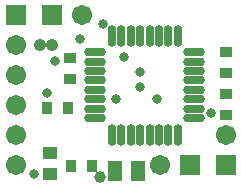
<source format=gbs>
%FSLAX25Y25*%
%MOIN*%
G70*
G01*
G75*
G04 Layer_Color=16711935*
%ADD10R,0.03543X0.02953*%
%ADD11R,0.02953X0.01772*%
%ADD12R,0.02953X0.01772*%
%ADD13R,0.04134X0.05906*%
%ADD14R,0.08661X0.02362*%
%ADD15R,0.08661X0.02362*%
%ADD16R,0.02953X0.03543*%
%ADD17R,0.03150X0.03740*%
%ADD18R,0.09449X0.12992*%
%ADD19R,0.09449X0.03937*%
%ADD20C,0.01200*%
%ADD21C,0.05000*%
%ADD22C,0.04000*%
%ADD23C,0.02000*%
%ADD24C,0.05906*%
%ADD25R,0.05906X0.05906*%
%ADD26C,0.02787*%
%ADD27R,0.05906X0.05906*%
%ADD28C,0.02500*%
%ADD29R,0.03740X0.03150*%
%ADD30O,0.02165X0.06496*%
%ADD31O,0.06496X0.02165*%
%ADD32C,0.01000*%
%ADD33C,0.00787*%
%ADD34C,0.00984*%
%ADD35R,0.04343X0.03753*%
%ADD36R,0.03753X0.02572*%
%ADD37R,0.03753X0.02572*%
%ADD38R,0.04934X0.06706*%
%ADD39R,0.09461X0.03162*%
%ADD40R,0.09461X0.03162*%
%ADD41R,0.03753X0.04343*%
%ADD42R,0.03950X0.04540*%
%ADD43R,0.10249X0.13792*%
%ADD44R,0.10249X0.04737*%
%ADD45C,0.06706*%
%ADD46R,0.06706X0.06706*%
%ADD47C,0.04187*%
%ADD48R,0.06706X0.06706*%
%ADD49C,0.03300*%
%ADD50C,0.03900*%
%ADD51R,0.04540X0.03950*%
%ADD52O,0.02965X0.07296*%
%ADD53O,0.07296X0.02965*%
D35*
X1096000Y148555D02*
D03*
Y155445D02*
D03*
Y141445D02*
D03*
Y134555D02*
D03*
X1044000Y146555D02*
D03*
Y153445D02*
D03*
D38*
X1066839Y116000D02*
D03*
X1059161D02*
D03*
D41*
X1043445Y137000D02*
D03*
X1036555D02*
D03*
X1044555Y117500D02*
D03*
X1051445D02*
D03*
D45*
X1074000Y118000D02*
D03*
X1096000Y128000D02*
D03*
X1048000Y168000D02*
D03*
X1026000Y118000D02*
D03*
Y128000D02*
D03*
Y138000D02*
D03*
Y148000D02*
D03*
Y158000D02*
D03*
D46*
X1084000Y118000D02*
D03*
X1038000Y168000D02*
D03*
D47*
X1034031Y158000D02*
D03*
X1037969D02*
D03*
D48*
X1096000Y118000D02*
D03*
X1026000Y168000D02*
D03*
D49*
X1039000Y152500D02*
D03*
X1036500Y142000D02*
D03*
X1032000Y115000D02*
D03*
X1067500Y149000D02*
D03*
Y144000D02*
D03*
X1073000Y140000D02*
D03*
X1059500D02*
D03*
X1055000Y165000D02*
D03*
X1047500Y160000D02*
D03*
X1062000Y154000D02*
D03*
X1091000Y135114D02*
D03*
D50*
X1054000Y114000D02*
D03*
D51*
X1037500Y122043D02*
D03*
Y114957D02*
D03*
D52*
X1080024Y161035D02*
D03*
X1076874D02*
D03*
X1073724D02*
D03*
X1070575D02*
D03*
X1067425D02*
D03*
X1064276D02*
D03*
X1061126D02*
D03*
X1057976D02*
D03*
Y127965D02*
D03*
X1061126D02*
D03*
X1064276D02*
D03*
X1067425D02*
D03*
X1070575D02*
D03*
X1073724D02*
D03*
X1076874D02*
D03*
X1080024D02*
D03*
D53*
X1052465Y155524D02*
D03*
Y152374D02*
D03*
Y149224D02*
D03*
Y146075D02*
D03*
Y142925D02*
D03*
Y139776D02*
D03*
Y136626D02*
D03*
Y133476D02*
D03*
X1085535D02*
D03*
Y136626D02*
D03*
Y139776D02*
D03*
Y142925D02*
D03*
Y146075D02*
D03*
Y149224D02*
D03*
Y152374D02*
D03*
Y155524D02*
D03*
M02*

</source>
